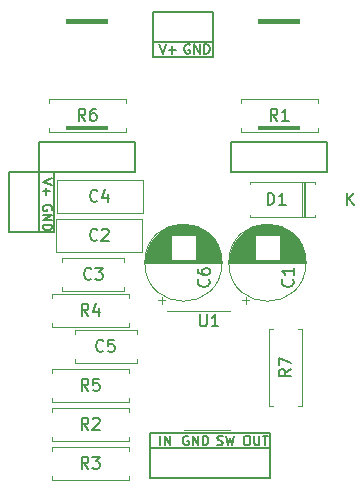
<source format=gto>
G04 #@! TF.GenerationSoftware,KiCad,Pcbnew,(5.99.0-1097-g51b994466)*
G04 #@! TF.CreationDate,2020-03-11T16:34:53+02:00*
G04 #@! TF.ProjectId,guanaco-rojo,6775616e-6163-46f2-9d72-6f6a6f2e6b69,rev?*
G04 #@! TF.SameCoordinates,Original*
G04 #@! TF.FileFunction,Legend,Top*
G04 #@! TF.FilePolarity,Positive*
%FSLAX46Y46*%
G04 Gerber Fmt 4.6, Leading zero omitted, Abs format (unit mm)*
G04 Created by KiCad (PCBNEW (5.99.0-1097-g51b994466)) date 2020-03-11 16:34:53*
%MOMM*%
%LPD*%
G01*
G04 APERTURE LIST*
%ADD10C,0.127000*%
%ADD11C,0.120000*%
%ADD12C,0.150000*%
G04 APERTURE END LIST*
D10*
X128016000Y-75184000D02*
X128016000Y-80264000D01*
X125476000Y-80264000D02*
X125476000Y-75184000D01*
X125476000Y-75184000D02*
X128016000Y-75184000D01*
X125476000Y-80264000D02*
X128016000Y-80264000D01*
X129286000Y-80264000D02*
X129286000Y-75184000D01*
X128016000Y-75184000D02*
X129286000Y-75184000D01*
X128016000Y-80264000D02*
X129286000Y-80264000D01*
X142748000Y-65405000D02*
X142748000Y-64135000D01*
X137668000Y-65405000D02*
X137668000Y-64135000D01*
X142748000Y-65405000D02*
X137668000Y-65405000D01*
X142748000Y-64135000D02*
X142748000Y-61595000D01*
X137668000Y-64135000D02*
X137668000Y-61595000D01*
X142748000Y-64135000D02*
X137668000Y-64135000D01*
X137668000Y-61595000D02*
X142748000Y-61595000D01*
D11*
X142240000Y-97008000D02*
X144190000Y-97008000D01*
X142240000Y-97008000D02*
X140290000Y-97008000D01*
X142240000Y-86888000D02*
X144190000Y-86888000D01*
X142240000Y-86888000D02*
X138790000Y-86888000D01*
D10*
X152400000Y-72644000D02*
X144272000Y-72644000D01*
X144272000Y-72644000D02*
X144272000Y-75184000D01*
X144272000Y-75184000D02*
X152400000Y-75184000D01*
X152400000Y-75184000D02*
X152400000Y-72644000D01*
G36*
X150114000Y-62611000D02*
G01*
X146558000Y-62611000D01*
X146558000Y-62230000D01*
X150114000Y-62230000D01*
X150114000Y-62611000D01*
G37*
G36*
X150114000Y-71628000D02*
G01*
X146558000Y-71628000D01*
X146558000Y-71247000D01*
X150114000Y-71247000D01*
X150114000Y-71628000D01*
G37*
X136144000Y-72644000D02*
X128016000Y-72644000D01*
X128016000Y-72644000D02*
X128016000Y-75184000D01*
X128016000Y-75184000D02*
X136144000Y-75184000D01*
X136144000Y-75184000D02*
X136144000Y-72644000D01*
G36*
X133858000Y-62611000D02*
G01*
X130302000Y-62611000D01*
X130302000Y-62230000D01*
X133858000Y-62230000D01*
X133858000Y-62611000D01*
G37*
G36*
X133858000Y-71628000D02*
G01*
X130302000Y-71628000D01*
X130302000Y-71247000D01*
X133858000Y-71247000D01*
X133858000Y-71628000D01*
G37*
X137414000Y-98552000D02*
X147574000Y-98552000D01*
X147574000Y-101092000D02*
X137414000Y-101092000D01*
X137414000Y-101092000D02*
X137414000Y-98552000D01*
X147574000Y-101092000D02*
X147574000Y-98552000D01*
X147574000Y-97282000D02*
X137414000Y-97282000D01*
X137414000Y-98552000D02*
X137414000Y-97282000D01*
X147574000Y-98552000D02*
X147574000Y-97282000D01*
D11*
X129928000Y-82450000D02*
X135168000Y-82450000D01*
X129928000Y-85190000D02*
X135168000Y-85190000D01*
X129928000Y-82450000D02*
X129928000Y-82765000D01*
X129928000Y-84875000D02*
X129928000Y-85190000D01*
X135168000Y-82450000D02*
X135168000Y-82765000D01*
X135168000Y-84875000D02*
X135168000Y-85190000D01*
X147804000Y-94964000D02*
X147474000Y-94964000D01*
X147474000Y-94964000D02*
X147474000Y-88424000D01*
X147474000Y-88424000D02*
X147804000Y-88424000D01*
X149884000Y-94964000D02*
X150214000Y-94964000D01*
X150214000Y-94964000D02*
X150214000Y-88424000D01*
X150214000Y-88424000D02*
X149884000Y-88424000D01*
X135350000Y-71398000D02*
X135350000Y-71728000D01*
X135350000Y-71728000D02*
X128810000Y-71728000D01*
X128810000Y-71728000D02*
X128810000Y-71398000D01*
X135350000Y-69318000D02*
X135350000Y-68988000D01*
X135350000Y-68988000D02*
X128810000Y-68988000D01*
X128810000Y-68988000D02*
X128810000Y-69318000D01*
X135604000Y-94258000D02*
X135604000Y-94588000D01*
X135604000Y-94588000D02*
X129064000Y-94588000D01*
X129064000Y-94588000D02*
X129064000Y-94258000D01*
X135604000Y-92178000D02*
X135604000Y-91848000D01*
X135604000Y-91848000D02*
X129064000Y-91848000D01*
X129064000Y-91848000D02*
X129064000Y-92178000D01*
X135604000Y-87908000D02*
X135604000Y-88238000D01*
X135604000Y-88238000D02*
X129064000Y-88238000D01*
X129064000Y-88238000D02*
X129064000Y-87908000D01*
X135604000Y-85828000D02*
X135604000Y-85498000D01*
X135604000Y-85498000D02*
X129064000Y-85498000D01*
X129064000Y-85498000D02*
X129064000Y-85828000D01*
X135604000Y-100862000D02*
X135604000Y-101192000D01*
X135604000Y-101192000D02*
X129064000Y-101192000D01*
X129064000Y-101192000D02*
X129064000Y-100862000D01*
X135604000Y-98782000D02*
X135604000Y-98452000D01*
X135604000Y-98452000D02*
X129064000Y-98452000D01*
X129064000Y-98452000D02*
X129064000Y-98782000D01*
X135604000Y-97560000D02*
X135604000Y-97890000D01*
X135604000Y-97890000D02*
X129064000Y-97890000D01*
X129064000Y-97890000D02*
X129064000Y-97560000D01*
X135604000Y-95480000D02*
X135604000Y-95150000D01*
X135604000Y-95150000D02*
X129064000Y-95150000D01*
X129064000Y-95150000D02*
X129064000Y-95480000D01*
X151606000Y-71398000D02*
X151606000Y-71728000D01*
X151606000Y-71728000D02*
X145066000Y-71728000D01*
X145066000Y-71728000D02*
X145066000Y-71398000D01*
X151606000Y-69318000D02*
X151606000Y-68988000D01*
X151606000Y-68988000D02*
X145066000Y-68988000D01*
X145066000Y-68988000D02*
X145066000Y-69318000D01*
X151310000Y-78810000D02*
X151310000Y-78940000D01*
X151310000Y-78940000D02*
X145870000Y-78940000D01*
X145870000Y-78940000D02*
X145870000Y-78810000D01*
X151310000Y-76130000D02*
X151310000Y-76000000D01*
X151310000Y-76000000D02*
X145870000Y-76000000D01*
X145870000Y-76000000D02*
X145870000Y-76130000D01*
X150410000Y-78940000D02*
X150410000Y-76000000D01*
X150290000Y-78940000D02*
X150290000Y-76000000D01*
X150530000Y-78940000D02*
X150530000Y-76000000D01*
X143478000Y-82824000D02*
G75*
G03*
X143478000Y-82824000I-3270000J0D01*
G01*
X136978000Y-82824000D02*
X143438000Y-82824000D01*
X136978000Y-82784000D02*
X143438000Y-82784000D01*
X136978000Y-82744000D02*
X143438000Y-82744000D01*
X136980000Y-82704000D02*
X143436000Y-82704000D01*
X136981000Y-82664000D02*
X143435000Y-82664000D01*
X136984000Y-82624000D02*
X143432000Y-82624000D01*
X136986000Y-82584000D02*
X139168000Y-82584000D01*
X141248000Y-82584000D02*
X143430000Y-82584000D01*
X136990000Y-82544000D02*
X139168000Y-82544000D01*
X141248000Y-82544000D02*
X143426000Y-82544000D01*
X136993000Y-82504000D02*
X139168000Y-82504000D01*
X141248000Y-82504000D02*
X143423000Y-82504000D01*
X136997000Y-82464000D02*
X139168000Y-82464000D01*
X141248000Y-82464000D02*
X143419000Y-82464000D01*
X137002000Y-82424000D02*
X139168000Y-82424000D01*
X141248000Y-82424000D02*
X143414000Y-82424000D01*
X137007000Y-82384000D02*
X139168000Y-82384000D01*
X141248000Y-82384000D02*
X143409000Y-82384000D01*
X137013000Y-82344000D02*
X139168000Y-82344000D01*
X141248000Y-82344000D02*
X143403000Y-82344000D01*
X137019000Y-82304000D02*
X139168000Y-82304000D01*
X141248000Y-82304000D02*
X143397000Y-82304000D01*
X137026000Y-82264000D02*
X139168000Y-82264000D01*
X141248000Y-82264000D02*
X143390000Y-82264000D01*
X137033000Y-82224000D02*
X139168000Y-82224000D01*
X141248000Y-82224000D02*
X143383000Y-82224000D01*
X137041000Y-82184000D02*
X139168000Y-82184000D01*
X141248000Y-82184000D02*
X143375000Y-82184000D01*
X137049000Y-82144000D02*
X139168000Y-82144000D01*
X141248000Y-82144000D02*
X143367000Y-82144000D01*
X137058000Y-82103000D02*
X139168000Y-82103000D01*
X141248000Y-82103000D02*
X143358000Y-82103000D01*
X137067000Y-82063000D02*
X139168000Y-82063000D01*
X141248000Y-82063000D02*
X143349000Y-82063000D01*
X137077000Y-82023000D02*
X139168000Y-82023000D01*
X141248000Y-82023000D02*
X143339000Y-82023000D01*
X137087000Y-81983000D02*
X139168000Y-81983000D01*
X141248000Y-81983000D02*
X143329000Y-81983000D01*
X137098000Y-81943000D02*
X139168000Y-81943000D01*
X141248000Y-81943000D02*
X143318000Y-81943000D01*
X137110000Y-81903000D02*
X139168000Y-81903000D01*
X141248000Y-81903000D02*
X143306000Y-81903000D01*
X137122000Y-81863000D02*
X139168000Y-81863000D01*
X141248000Y-81863000D02*
X143294000Y-81863000D01*
X137134000Y-81823000D02*
X139168000Y-81823000D01*
X141248000Y-81823000D02*
X143282000Y-81823000D01*
X137147000Y-81783000D02*
X139168000Y-81783000D01*
X141248000Y-81783000D02*
X143269000Y-81783000D01*
X137161000Y-81743000D02*
X139168000Y-81743000D01*
X141248000Y-81743000D02*
X143255000Y-81743000D01*
X137175000Y-81703000D02*
X139168000Y-81703000D01*
X141248000Y-81703000D02*
X143241000Y-81703000D01*
X137190000Y-81663000D02*
X139168000Y-81663000D01*
X141248000Y-81663000D02*
X143226000Y-81663000D01*
X137206000Y-81623000D02*
X139168000Y-81623000D01*
X141248000Y-81623000D02*
X143210000Y-81623000D01*
X137222000Y-81583000D02*
X139168000Y-81583000D01*
X141248000Y-81583000D02*
X143194000Y-81583000D01*
X137238000Y-81543000D02*
X139168000Y-81543000D01*
X141248000Y-81543000D02*
X143178000Y-81543000D01*
X137256000Y-81503000D02*
X139168000Y-81503000D01*
X141248000Y-81503000D02*
X143160000Y-81503000D01*
X137274000Y-81463000D02*
X139168000Y-81463000D01*
X141248000Y-81463000D02*
X143142000Y-81463000D01*
X137292000Y-81423000D02*
X139168000Y-81423000D01*
X141248000Y-81423000D02*
X143124000Y-81423000D01*
X137312000Y-81383000D02*
X139168000Y-81383000D01*
X141248000Y-81383000D02*
X143104000Y-81383000D01*
X137332000Y-81343000D02*
X139168000Y-81343000D01*
X141248000Y-81343000D02*
X143084000Y-81343000D01*
X137352000Y-81303000D02*
X139168000Y-81303000D01*
X141248000Y-81303000D02*
X143064000Y-81303000D01*
X137374000Y-81263000D02*
X139168000Y-81263000D01*
X141248000Y-81263000D02*
X143042000Y-81263000D01*
X137396000Y-81223000D02*
X139168000Y-81223000D01*
X141248000Y-81223000D02*
X143020000Y-81223000D01*
X137418000Y-81183000D02*
X139168000Y-81183000D01*
X141248000Y-81183000D02*
X142998000Y-81183000D01*
X137442000Y-81143000D02*
X139168000Y-81143000D01*
X141248000Y-81143000D02*
X142974000Y-81143000D01*
X137466000Y-81103000D02*
X139168000Y-81103000D01*
X141248000Y-81103000D02*
X142950000Y-81103000D01*
X137492000Y-81063000D02*
X139168000Y-81063000D01*
X141248000Y-81063000D02*
X142924000Y-81063000D01*
X137518000Y-81023000D02*
X139168000Y-81023000D01*
X141248000Y-81023000D02*
X142898000Y-81023000D01*
X137544000Y-80983000D02*
X139168000Y-80983000D01*
X141248000Y-80983000D02*
X142872000Y-80983000D01*
X137572000Y-80943000D02*
X139168000Y-80943000D01*
X141248000Y-80943000D02*
X142844000Y-80943000D01*
X137601000Y-80903000D02*
X139168000Y-80903000D01*
X141248000Y-80903000D02*
X142815000Y-80903000D01*
X137630000Y-80863000D02*
X139168000Y-80863000D01*
X141248000Y-80863000D02*
X142786000Y-80863000D01*
X137660000Y-80823000D02*
X139168000Y-80823000D01*
X141248000Y-80823000D02*
X142756000Y-80823000D01*
X137692000Y-80783000D02*
X139168000Y-80783000D01*
X141248000Y-80783000D02*
X142724000Y-80783000D01*
X137724000Y-80743000D02*
X139168000Y-80743000D01*
X141248000Y-80743000D02*
X142692000Y-80743000D01*
X137758000Y-80703000D02*
X139168000Y-80703000D01*
X141248000Y-80703000D02*
X142658000Y-80703000D01*
X137792000Y-80663000D02*
X139168000Y-80663000D01*
X141248000Y-80663000D02*
X142624000Y-80663000D01*
X137828000Y-80623000D02*
X139168000Y-80623000D01*
X141248000Y-80623000D02*
X142588000Y-80623000D01*
X137865000Y-80583000D02*
X139168000Y-80583000D01*
X141248000Y-80583000D02*
X142551000Y-80583000D01*
X137903000Y-80543000D02*
X139168000Y-80543000D01*
X141248000Y-80543000D02*
X142513000Y-80543000D01*
X137943000Y-80503000D02*
X142473000Y-80503000D01*
X137984000Y-80463000D02*
X142432000Y-80463000D01*
X138026000Y-80423000D02*
X142390000Y-80423000D01*
X138071000Y-80383000D02*
X142345000Y-80383000D01*
X138116000Y-80343000D02*
X142300000Y-80343000D01*
X138164000Y-80303000D02*
X142252000Y-80303000D01*
X138213000Y-80263000D02*
X142203000Y-80263000D01*
X138264000Y-80223000D02*
X142152000Y-80223000D01*
X138318000Y-80183000D02*
X142098000Y-80183000D01*
X138374000Y-80143000D02*
X142042000Y-80143000D01*
X138432000Y-80103000D02*
X141984000Y-80103000D01*
X138494000Y-80063000D02*
X141922000Y-80063000D01*
X138558000Y-80023000D02*
X141858000Y-80023000D01*
X138627000Y-79983000D02*
X141789000Y-79983000D01*
X138699000Y-79943000D02*
X141717000Y-79943000D01*
X138776000Y-79903000D02*
X141640000Y-79903000D01*
X138858000Y-79863000D02*
X141558000Y-79863000D01*
X138946000Y-79823000D02*
X141470000Y-79823000D01*
X139043000Y-79783000D02*
X141373000Y-79783000D01*
X139149000Y-79743000D02*
X141267000Y-79743000D01*
X139268000Y-79703000D02*
X141148000Y-79703000D01*
X139406000Y-79663000D02*
X141010000Y-79663000D01*
X139575000Y-79623000D02*
X140841000Y-79623000D01*
X139806000Y-79583000D02*
X140610000Y-79583000D01*
X138369000Y-86324241D02*
X138369000Y-85694241D01*
X138054000Y-86009241D02*
X138684000Y-86009241D01*
X136264000Y-91286000D02*
X131024000Y-91286000D01*
X136264000Y-88546000D02*
X131024000Y-88546000D01*
X136264000Y-91286000D02*
X136264000Y-90971000D01*
X136264000Y-88861000D02*
X136264000Y-88546000D01*
X131024000Y-91286000D02*
X131024000Y-90971000D01*
X131024000Y-88861000D02*
X131024000Y-88546000D01*
X136756000Y-78586000D02*
X129516000Y-78586000D01*
X136756000Y-75846000D02*
X129516000Y-75846000D01*
X136756000Y-78586000D02*
X136756000Y-75846000D01*
X129516000Y-78586000D02*
X129516000Y-75846000D01*
X129436000Y-79148000D02*
X136676000Y-79148000D01*
X129436000Y-81888000D02*
X136676000Y-81888000D01*
X129436000Y-79148000D02*
X129436000Y-81888000D01*
X136676000Y-79148000D02*
X136676000Y-81888000D01*
X150590000Y-82824000D02*
G75*
G03*
X150590000Y-82824000I-3270000J0D01*
G01*
X144090000Y-82824000D02*
X150550000Y-82824000D01*
X144090000Y-82784000D02*
X150550000Y-82784000D01*
X144090000Y-82744000D02*
X150550000Y-82744000D01*
X144092000Y-82704000D02*
X150548000Y-82704000D01*
X144093000Y-82664000D02*
X150547000Y-82664000D01*
X144096000Y-82624000D02*
X150544000Y-82624000D01*
X144098000Y-82584000D02*
X146280000Y-82584000D01*
X148360000Y-82584000D02*
X150542000Y-82584000D01*
X144102000Y-82544000D02*
X146280000Y-82544000D01*
X148360000Y-82544000D02*
X150538000Y-82544000D01*
X144105000Y-82504000D02*
X146280000Y-82504000D01*
X148360000Y-82504000D02*
X150535000Y-82504000D01*
X144109000Y-82464000D02*
X146280000Y-82464000D01*
X148360000Y-82464000D02*
X150531000Y-82464000D01*
X144114000Y-82424000D02*
X146280000Y-82424000D01*
X148360000Y-82424000D02*
X150526000Y-82424000D01*
X144119000Y-82384000D02*
X146280000Y-82384000D01*
X148360000Y-82384000D02*
X150521000Y-82384000D01*
X144125000Y-82344000D02*
X146280000Y-82344000D01*
X148360000Y-82344000D02*
X150515000Y-82344000D01*
X144131000Y-82304000D02*
X146280000Y-82304000D01*
X148360000Y-82304000D02*
X150509000Y-82304000D01*
X144138000Y-82264000D02*
X146280000Y-82264000D01*
X148360000Y-82264000D02*
X150502000Y-82264000D01*
X144145000Y-82224000D02*
X146280000Y-82224000D01*
X148360000Y-82224000D02*
X150495000Y-82224000D01*
X144153000Y-82184000D02*
X146280000Y-82184000D01*
X148360000Y-82184000D02*
X150487000Y-82184000D01*
X144161000Y-82144000D02*
X146280000Y-82144000D01*
X148360000Y-82144000D02*
X150479000Y-82144000D01*
X144170000Y-82103000D02*
X146280000Y-82103000D01*
X148360000Y-82103000D02*
X150470000Y-82103000D01*
X144179000Y-82063000D02*
X146280000Y-82063000D01*
X148360000Y-82063000D02*
X150461000Y-82063000D01*
X144189000Y-82023000D02*
X146280000Y-82023000D01*
X148360000Y-82023000D02*
X150451000Y-82023000D01*
X144199000Y-81983000D02*
X146280000Y-81983000D01*
X148360000Y-81983000D02*
X150441000Y-81983000D01*
X144210000Y-81943000D02*
X146280000Y-81943000D01*
X148360000Y-81943000D02*
X150430000Y-81943000D01*
X144222000Y-81903000D02*
X146280000Y-81903000D01*
X148360000Y-81903000D02*
X150418000Y-81903000D01*
X144234000Y-81863000D02*
X146280000Y-81863000D01*
X148360000Y-81863000D02*
X150406000Y-81863000D01*
X144246000Y-81823000D02*
X146280000Y-81823000D01*
X148360000Y-81823000D02*
X150394000Y-81823000D01*
X144259000Y-81783000D02*
X146280000Y-81783000D01*
X148360000Y-81783000D02*
X150381000Y-81783000D01*
X144273000Y-81743000D02*
X146280000Y-81743000D01*
X148360000Y-81743000D02*
X150367000Y-81743000D01*
X144287000Y-81703000D02*
X146280000Y-81703000D01*
X148360000Y-81703000D02*
X150353000Y-81703000D01*
X144302000Y-81663000D02*
X146280000Y-81663000D01*
X148360000Y-81663000D02*
X150338000Y-81663000D01*
X144318000Y-81623000D02*
X146280000Y-81623000D01*
X148360000Y-81623000D02*
X150322000Y-81623000D01*
X144334000Y-81583000D02*
X146280000Y-81583000D01*
X148360000Y-81583000D02*
X150306000Y-81583000D01*
X144350000Y-81543000D02*
X146280000Y-81543000D01*
X148360000Y-81543000D02*
X150290000Y-81543000D01*
X144368000Y-81503000D02*
X146280000Y-81503000D01*
X148360000Y-81503000D02*
X150272000Y-81503000D01*
X144386000Y-81463000D02*
X146280000Y-81463000D01*
X148360000Y-81463000D02*
X150254000Y-81463000D01*
X144404000Y-81423000D02*
X146280000Y-81423000D01*
X148360000Y-81423000D02*
X150236000Y-81423000D01*
X144424000Y-81383000D02*
X146280000Y-81383000D01*
X148360000Y-81383000D02*
X150216000Y-81383000D01*
X144444000Y-81343000D02*
X146280000Y-81343000D01*
X148360000Y-81343000D02*
X150196000Y-81343000D01*
X144464000Y-81303000D02*
X146280000Y-81303000D01*
X148360000Y-81303000D02*
X150176000Y-81303000D01*
X144486000Y-81263000D02*
X146280000Y-81263000D01*
X148360000Y-81263000D02*
X150154000Y-81263000D01*
X144508000Y-81223000D02*
X146280000Y-81223000D01*
X148360000Y-81223000D02*
X150132000Y-81223000D01*
X144530000Y-81183000D02*
X146280000Y-81183000D01*
X148360000Y-81183000D02*
X150110000Y-81183000D01*
X144554000Y-81143000D02*
X146280000Y-81143000D01*
X148360000Y-81143000D02*
X150086000Y-81143000D01*
X144578000Y-81103000D02*
X146280000Y-81103000D01*
X148360000Y-81103000D02*
X150062000Y-81103000D01*
X144604000Y-81063000D02*
X146280000Y-81063000D01*
X148360000Y-81063000D02*
X150036000Y-81063000D01*
X144630000Y-81023000D02*
X146280000Y-81023000D01*
X148360000Y-81023000D02*
X150010000Y-81023000D01*
X144656000Y-80983000D02*
X146280000Y-80983000D01*
X148360000Y-80983000D02*
X149984000Y-80983000D01*
X144684000Y-80943000D02*
X146280000Y-80943000D01*
X148360000Y-80943000D02*
X149956000Y-80943000D01*
X144713000Y-80903000D02*
X146280000Y-80903000D01*
X148360000Y-80903000D02*
X149927000Y-80903000D01*
X144742000Y-80863000D02*
X146280000Y-80863000D01*
X148360000Y-80863000D02*
X149898000Y-80863000D01*
X144772000Y-80823000D02*
X146280000Y-80823000D01*
X148360000Y-80823000D02*
X149868000Y-80823000D01*
X144804000Y-80783000D02*
X146280000Y-80783000D01*
X148360000Y-80783000D02*
X149836000Y-80783000D01*
X144836000Y-80743000D02*
X146280000Y-80743000D01*
X148360000Y-80743000D02*
X149804000Y-80743000D01*
X144870000Y-80703000D02*
X146280000Y-80703000D01*
X148360000Y-80703000D02*
X149770000Y-80703000D01*
X144904000Y-80663000D02*
X146280000Y-80663000D01*
X148360000Y-80663000D02*
X149736000Y-80663000D01*
X144940000Y-80623000D02*
X146280000Y-80623000D01*
X148360000Y-80623000D02*
X149700000Y-80623000D01*
X144977000Y-80583000D02*
X146280000Y-80583000D01*
X148360000Y-80583000D02*
X149663000Y-80583000D01*
X145015000Y-80543000D02*
X146280000Y-80543000D01*
X148360000Y-80543000D02*
X149625000Y-80543000D01*
X145055000Y-80503000D02*
X149585000Y-80503000D01*
X145096000Y-80463000D02*
X149544000Y-80463000D01*
X145138000Y-80423000D02*
X149502000Y-80423000D01*
X145183000Y-80383000D02*
X149457000Y-80383000D01*
X145228000Y-80343000D02*
X149412000Y-80343000D01*
X145276000Y-80303000D02*
X149364000Y-80303000D01*
X145325000Y-80263000D02*
X149315000Y-80263000D01*
X145376000Y-80223000D02*
X149264000Y-80223000D01*
X145430000Y-80183000D02*
X149210000Y-80183000D01*
X145486000Y-80143000D02*
X149154000Y-80143000D01*
X145544000Y-80103000D02*
X149096000Y-80103000D01*
X145606000Y-80063000D02*
X149034000Y-80063000D01*
X145670000Y-80023000D02*
X148970000Y-80023000D01*
X145739000Y-79983000D02*
X148901000Y-79983000D01*
X145811000Y-79943000D02*
X148829000Y-79943000D01*
X145888000Y-79903000D02*
X148752000Y-79903000D01*
X145970000Y-79863000D02*
X148670000Y-79863000D01*
X146058000Y-79823000D02*
X148582000Y-79823000D01*
X146155000Y-79783000D02*
X148485000Y-79783000D01*
X146261000Y-79743000D02*
X148379000Y-79743000D01*
X146380000Y-79703000D02*
X148260000Y-79703000D01*
X146518000Y-79663000D02*
X148122000Y-79663000D01*
X146687000Y-79623000D02*
X147953000Y-79623000D01*
X146918000Y-79583000D02*
X147722000Y-79583000D01*
X145481000Y-86324241D02*
X145481000Y-85694241D01*
X145166000Y-86009241D02*
X145796000Y-86009241D01*
D12*
X129089095Y-75692095D02*
X128289095Y-75958761D01*
X129089095Y-76225428D01*
X128593857Y-76492095D02*
X128593857Y-77101619D01*
X128289095Y-76796857D02*
X128898619Y-76796857D01*
X129051000Y-78384476D02*
X129089095Y-78308285D01*
X129089095Y-78194000D01*
X129051000Y-78079714D01*
X128974809Y-78003523D01*
X128898619Y-77965428D01*
X128746238Y-77927333D01*
X128631952Y-77927333D01*
X128479571Y-77965428D01*
X128403380Y-78003523D01*
X128327190Y-78079714D01*
X128289095Y-78194000D01*
X128289095Y-78270190D01*
X128327190Y-78384476D01*
X128365285Y-78422571D01*
X128631952Y-78422571D01*
X128631952Y-78270190D01*
X128289095Y-78765428D02*
X129089095Y-78765428D01*
X128289095Y-79222571D01*
X129089095Y-79222571D01*
X128289095Y-79603523D02*
X129089095Y-79603523D01*
X129089095Y-79794000D01*
X129051000Y-79908285D01*
X128974809Y-79984476D01*
X128898619Y-80022571D01*
X128746238Y-80060666D01*
X128631952Y-80060666D01*
X128479571Y-80022571D01*
X128403380Y-79984476D01*
X128327190Y-79908285D01*
X128289095Y-79794000D01*
X128289095Y-79603523D01*
X140741476Y-64370000D02*
X140665285Y-64331904D01*
X140551000Y-64331904D01*
X140436714Y-64370000D01*
X140360523Y-64446190D01*
X140322428Y-64522380D01*
X140284333Y-64674761D01*
X140284333Y-64789047D01*
X140322428Y-64941428D01*
X140360523Y-65017619D01*
X140436714Y-65093809D01*
X140551000Y-65131904D01*
X140627190Y-65131904D01*
X140741476Y-65093809D01*
X140779571Y-65055714D01*
X140779571Y-64789047D01*
X140627190Y-64789047D01*
X141122428Y-65131904D02*
X141122428Y-64331904D01*
X141579571Y-65131904D01*
X141579571Y-64331904D01*
X141960523Y-65131904D02*
X141960523Y-64331904D01*
X142151000Y-64331904D01*
X142265285Y-64370000D01*
X142341476Y-64446190D01*
X142379571Y-64522380D01*
X142417666Y-64674761D01*
X142417666Y-64789047D01*
X142379571Y-64941428D01*
X142341476Y-65017619D01*
X142265285Y-65093809D01*
X142151000Y-65131904D01*
X141960523Y-65131904D01*
X138176095Y-64331904D02*
X138442761Y-65131904D01*
X138709428Y-64331904D01*
X138976095Y-64827142D02*
X139585619Y-64827142D01*
X139280857Y-65131904D02*
X139280857Y-64522380D01*
X141605095Y-87209380D02*
X141605095Y-88018904D01*
X141652714Y-88114142D01*
X141700333Y-88161761D01*
X141795571Y-88209380D01*
X141986047Y-88209380D01*
X142081285Y-88161761D01*
X142128904Y-88114142D01*
X142176523Y-88018904D01*
X142176523Y-87209380D01*
X143176523Y-88209380D02*
X142605095Y-88209380D01*
X142890809Y-88209380D02*
X142890809Y-87209380D01*
X142795571Y-87352238D01*
X142700333Y-87447476D01*
X142605095Y-87495095D01*
X138264952Y-98278904D02*
X138264952Y-97478904D01*
X138645904Y-98278904D02*
X138645904Y-97478904D01*
X139103047Y-98278904D01*
X139103047Y-97478904D01*
X140614476Y-97517000D02*
X140538285Y-97478904D01*
X140424000Y-97478904D01*
X140309714Y-97517000D01*
X140233523Y-97593190D01*
X140195428Y-97669380D01*
X140157333Y-97821761D01*
X140157333Y-97936047D01*
X140195428Y-98088428D01*
X140233523Y-98164619D01*
X140309714Y-98240809D01*
X140424000Y-98278904D01*
X140500190Y-98278904D01*
X140614476Y-98240809D01*
X140652571Y-98202714D01*
X140652571Y-97936047D01*
X140500190Y-97936047D01*
X140995428Y-98278904D02*
X140995428Y-97478904D01*
X141452571Y-98278904D01*
X141452571Y-97478904D01*
X141833523Y-98278904D02*
X141833523Y-97478904D01*
X142024000Y-97478904D01*
X142138285Y-97517000D01*
X142214476Y-97593190D01*
X142252571Y-97669380D01*
X142290666Y-97821761D01*
X142290666Y-97936047D01*
X142252571Y-98088428D01*
X142214476Y-98164619D01*
X142138285Y-98240809D01*
X142024000Y-98278904D01*
X141833523Y-98278904D01*
X143078285Y-98240809D02*
X143192571Y-98278904D01*
X143383047Y-98278904D01*
X143459238Y-98240809D01*
X143497333Y-98202714D01*
X143535428Y-98126523D01*
X143535428Y-98050333D01*
X143497333Y-97974142D01*
X143459238Y-97936047D01*
X143383047Y-97897952D01*
X143230666Y-97859857D01*
X143154476Y-97821761D01*
X143116380Y-97783666D01*
X143078285Y-97707476D01*
X143078285Y-97631285D01*
X143116380Y-97555095D01*
X143154476Y-97517000D01*
X143230666Y-97478904D01*
X143421142Y-97478904D01*
X143535428Y-97517000D01*
X143802095Y-97478904D02*
X143992571Y-98278904D01*
X144144952Y-97707476D01*
X144297333Y-98278904D01*
X144487809Y-97478904D01*
X145504000Y-97478904D02*
X145656380Y-97478904D01*
X145732571Y-97517000D01*
X145808761Y-97593190D01*
X145846857Y-97745571D01*
X145846857Y-98012238D01*
X145808761Y-98164619D01*
X145732571Y-98240809D01*
X145656380Y-98278904D01*
X145504000Y-98278904D01*
X145427809Y-98240809D01*
X145351619Y-98164619D01*
X145313523Y-98012238D01*
X145313523Y-97745571D01*
X145351619Y-97593190D01*
X145427809Y-97517000D01*
X145504000Y-97478904D01*
X146189714Y-97478904D02*
X146189714Y-98126523D01*
X146227809Y-98202714D01*
X146265904Y-98240809D01*
X146342095Y-98278904D01*
X146494476Y-98278904D01*
X146570666Y-98240809D01*
X146608761Y-98202714D01*
X146646857Y-98126523D01*
X146646857Y-97478904D01*
X146913523Y-97478904D02*
X147370666Y-97478904D01*
X147142095Y-98278904D02*
X147142095Y-97478904D01*
X132421333Y-84177142D02*
X132373714Y-84224761D01*
X132230857Y-84272380D01*
X132135619Y-84272380D01*
X131992761Y-84224761D01*
X131897523Y-84129523D01*
X131849904Y-84034285D01*
X131802285Y-83843809D01*
X131802285Y-83700952D01*
X131849904Y-83510476D01*
X131897523Y-83415238D01*
X131992761Y-83320000D01*
X132135619Y-83272380D01*
X132230857Y-83272380D01*
X132373714Y-83320000D01*
X132421333Y-83367619D01*
X132754666Y-83272380D02*
X133373714Y-83272380D01*
X133040380Y-83653333D01*
X133183238Y-83653333D01*
X133278476Y-83700952D01*
X133326095Y-83748571D01*
X133373714Y-83843809D01*
X133373714Y-84081904D01*
X133326095Y-84177142D01*
X133278476Y-84224761D01*
X133183238Y-84272380D01*
X132897523Y-84272380D01*
X132802285Y-84224761D01*
X132754666Y-84177142D01*
X149296380Y-91860666D02*
X148820190Y-92194000D01*
X149296380Y-92432095D02*
X148296380Y-92432095D01*
X148296380Y-92051142D01*
X148344000Y-91955904D01*
X148391619Y-91908285D01*
X148486857Y-91860666D01*
X148629714Y-91860666D01*
X148724952Y-91908285D01*
X148772571Y-91955904D01*
X148820190Y-92051142D01*
X148820190Y-92432095D01*
X148296380Y-91527333D02*
X148296380Y-90860666D01*
X149296380Y-91289238D01*
X131913333Y-70810380D02*
X131580000Y-70334190D01*
X131341904Y-70810380D02*
X131341904Y-69810380D01*
X131722857Y-69810380D01*
X131818095Y-69858000D01*
X131865714Y-69905619D01*
X131913333Y-70000857D01*
X131913333Y-70143714D01*
X131865714Y-70238952D01*
X131818095Y-70286571D01*
X131722857Y-70334190D01*
X131341904Y-70334190D01*
X132770476Y-69810380D02*
X132580000Y-69810380D01*
X132484761Y-69858000D01*
X132437142Y-69905619D01*
X132341904Y-70048476D01*
X132294285Y-70238952D01*
X132294285Y-70619904D01*
X132341904Y-70715142D01*
X132389523Y-70762761D01*
X132484761Y-70810380D01*
X132675238Y-70810380D01*
X132770476Y-70762761D01*
X132818095Y-70715142D01*
X132865714Y-70619904D01*
X132865714Y-70381809D01*
X132818095Y-70286571D01*
X132770476Y-70238952D01*
X132675238Y-70191333D01*
X132484761Y-70191333D01*
X132389523Y-70238952D01*
X132341904Y-70286571D01*
X132294285Y-70381809D01*
X132167333Y-93670380D02*
X131834000Y-93194190D01*
X131595904Y-93670380D02*
X131595904Y-92670380D01*
X131976857Y-92670380D01*
X132072095Y-92718000D01*
X132119714Y-92765619D01*
X132167333Y-92860857D01*
X132167333Y-93003714D01*
X132119714Y-93098952D01*
X132072095Y-93146571D01*
X131976857Y-93194190D01*
X131595904Y-93194190D01*
X133072095Y-92670380D02*
X132595904Y-92670380D01*
X132548285Y-93146571D01*
X132595904Y-93098952D01*
X132691142Y-93051333D01*
X132929238Y-93051333D01*
X133024476Y-93098952D01*
X133072095Y-93146571D01*
X133119714Y-93241809D01*
X133119714Y-93479904D01*
X133072095Y-93575142D01*
X133024476Y-93622761D01*
X132929238Y-93670380D01*
X132691142Y-93670380D01*
X132595904Y-93622761D01*
X132548285Y-93575142D01*
X132167333Y-87320380D02*
X131834000Y-86844190D01*
X131595904Y-87320380D02*
X131595904Y-86320380D01*
X131976857Y-86320380D01*
X132072095Y-86368000D01*
X132119714Y-86415619D01*
X132167333Y-86510857D01*
X132167333Y-86653714D01*
X132119714Y-86748952D01*
X132072095Y-86796571D01*
X131976857Y-86844190D01*
X131595904Y-86844190D01*
X133024476Y-86653714D02*
X133024476Y-87320380D01*
X132786380Y-86272761D02*
X132548285Y-86987047D01*
X133167333Y-86987047D01*
X132167333Y-100274380D02*
X131834000Y-99798190D01*
X131595904Y-100274380D02*
X131595904Y-99274380D01*
X131976857Y-99274380D01*
X132072095Y-99322000D01*
X132119714Y-99369619D01*
X132167333Y-99464857D01*
X132167333Y-99607714D01*
X132119714Y-99702952D01*
X132072095Y-99750571D01*
X131976857Y-99798190D01*
X131595904Y-99798190D01*
X132500666Y-99274380D02*
X133119714Y-99274380D01*
X132786380Y-99655333D01*
X132929238Y-99655333D01*
X133024476Y-99702952D01*
X133072095Y-99750571D01*
X133119714Y-99845809D01*
X133119714Y-100083904D01*
X133072095Y-100179142D01*
X133024476Y-100226761D01*
X132929238Y-100274380D01*
X132643523Y-100274380D01*
X132548285Y-100226761D01*
X132500666Y-100179142D01*
X132167333Y-96972380D02*
X131834000Y-96496190D01*
X131595904Y-96972380D02*
X131595904Y-95972380D01*
X131976857Y-95972380D01*
X132072095Y-96020000D01*
X132119714Y-96067619D01*
X132167333Y-96162857D01*
X132167333Y-96305714D01*
X132119714Y-96400952D01*
X132072095Y-96448571D01*
X131976857Y-96496190D01*
X131595904Y-96496190D01*
X132548285Y-96067619D02*
X132595904Y-96020000D01*
X132691142Y-95972380D01*
X132929238Y-95972380D01*
X133024476Y-96020000D01*
X133072095Y-96067619D01*
X133119714Y-96162857D01*
X133119714Y-96258095D01*
X133072095Y-96400952D01*
X132500666Y-96972380D01*
X133119714Y-96972380D01*
X148169333Y-70810380D02*
X147836000Y-70334190D01*
X147597904Y-70810380D02*
X147597904Y-69810380D01*
X147978857Y-69810380D01*
X148074095Y-69858000D01*
X148121714Y-69905619D01*
X148169333Y-70000857D01*
X148169333Y-70143714D01*
X148121714Y-70238952D01*
X148074095Y-70286571D01*
X147978857Y-70334190D01*
X147597904Y-70334190D01*
X149121714Y-70810380D02*
X148550285Y-70810380D01*
X148836000Y-70810380D02*
X148836000Y-69810380D01*
X148740761Y-69953238D01*
X148645523Y-70048476D01*
X148550285Y-70096095D01*
X147343904Y-77922380D02*
X147343904Y-76922380D01*
X147582000Y-76922380D01*
X147724857Y-76970000D01*
X147820095Y-77065238D01*
X147867714Y-77160476D01*
X147915333Y-77350952D01*
X147915333Y-77493809D01*
X147867714Y-77684285D01*
X147820095Y-77779523D01*
X147724857Y-77874761D01*
X147582000Y-77922380D01*
X147343904Y-77922380D01*
X148867714Y-77922380D02*
X148296285Y-77922380D01*
X148582000Y-77922380D02*
X148582000Y-76922380D01*
X148486761Y-77065238D01*
X148391523Y-77160476D01*
X148296285Y-77208095D01*
X154043095Y-77922380D02*
X154043095Y-76922380D01*
X154614523Y-77922380D02*
X154185952Y-77350952D01*
X154614523Y-76922380D02*
X154043095Y-77493809D01*
X142343142Y-84240666D02*
X142390761Y-84288285D01*
X142438380Y-84431142D01*
X142438380Y-84526380D01*
X142390761Y-84669238D01*
X142295523Y-84764476D01*
X142200285Y-84812095D01*
X142009809Y-84859714D01*
X141866952Y-84859714D01*
X141676476Y-84812095D01*
X141581238Y-84764476D01*
X141486000Y-84669238D01*
X141438380Y-84526380D01*
X141438380Y-84431142D01*
X141486000Y-84288285D01*
X141533619Y-84240666D01*
X141438380Y-83383523D02*
X141438380Y-83574000D01*
X141486000Y-83669238D01*
X141533619Y-83716857D01*
X141676476Y-83812095D01*
X141866952Y-83859714D01*
X142247904Y-83859714D01*
X142343142Y-83812095D01*
X142390761Y-83764476D01*
X142438380Y-83669238D01*
X142438380Y-83478761D01*
X142390761Y-83383523D01*
X142343142Y-83335904D01*
X142247904Y-83288285D01*
X142009809Y-83288285D01*
X141914571Y-83335904D01*
X141866952Y-83383523D01*
X141819333Y-83478761D01*
X141819333Y-83669238D01*
X141866952Y-83764476D01*
X141914571Y-83812095D01*
X142009809Y-83859714D01*
X133437333Y-90273142D02*
X133389714Y-90320761D01*
X133246857Y-90368380D01*
X133151619Y-90368380D01*
X133008761Y-90320761D01*
X132913523Y-90225523D01*
X132865904Y-90130285D01*
X132818285Y-89939809D01*
X132818285Y-89796952D01*
X132865904Y-89606476D01*
X132913523Y-89511238D01*
X133008761Y-89416000D01*
X133151619Y-89368380D01*
X133246857Y-89368380D01*
X133389714Y-89416000D01*
X133437333Y-89463619D01*
X134342095Y-89368380D02*
X133865904Y-89368380D01*
X133818285Y-89844571D01*
X133865904Y-89796952D01*
X133961142Y-89749333D01*
X134199238Y-89749333D01*
X134294476Y-89796952D01*
X134342095Y-89844571D01*
X134389714Y-89939809D01*
X134389714Y-90177904D01*
X134342095Y-90273142D01*
X134294476Y-90320761D01*
X134199238Y-90368380D01*
X133961142Y-90368380D01*
X133865904Y-90320761D01*
X133818285Y-90273142D01*
X132929333Y-77573142D02*
X132881714Y-77620761D01*
X132738857Y-77668380D01*
X132643619Y-77668380D01*
X132500761Y-77620761D01*
X132405523Y-77525523D01*
X132357904Y-77430285D01*
X132310285Y-77239809D01*
X132310285Y-77096952D01*
X132357904Y-76906476D01*
X132405523Y-76811238D01*
X132500761Y-76716000D01*
X132643619Y-76668380D01*
X132738857Y-76668380D01*
X132881714Y-76716000D01*
X132929333Y-76763619D01*
X133786476Y-77001714D02*
X133786476Y-77668380D01*
X133548380Y-76620761D02*
X133310285Y-77335047D01*
X133929333Y-77335047D01*
X132929333Y-80875142D02*
X132881714Y-80922761D01*
X132738857Y-80970380D01*
X132643619Y-80970380D01*
X132500761Y-80922761D01*
X132405523Y-80827523D01*
X132357904Y-80732285D01*
X132310285Y-80541809D01*
X132310285Y-80398952D01*
X132357904Y-80208476D01*
X132405523Y-80113238D01*
X132500761Y-80018000D01*
X132643619Y-79970380D01*
X132738857Y-79970380D01*
X132881714Y-80018000D01*
X132929333Y-80065619D01*
X133310285Y-80065619D02*
X133357904Y-80018000D01*
X133453142Y-79970380D01*
X133691238Y-79970380D01*
X133786476Y-80018000D01*
X133834095Y-80065619D01*
X133881714Y-80160857D01*
X133881714Y-80256095D01*
X133834095Y-80398952D01*
X133262666Y-80970380D01*
X133881714Y-80970380D01*
X149455142Y-84240666D02*
X149502761Y-84288285D01*
X149550380Y-84431142D01*
X149550380Y-84526380D01*
X149502761Y-84669238D01*
X149407523Y-84764476D01*
X149312285Y-84812095D01*
X149121809Y-84859714D01*
X148978952Y-84859714D01*
X148788476Y-84812095D01*
X148693238Y-84764476D01*
X148598000Y-84669238D01*
X148550380Y-84526380D01*
X148550380Y-84431142D01*
X148598000Y-84288285D01*
X148645619Y-84240666D01*
X149550380Y-83288285D02*
X149550380Y-83859714D01*
X149550380Y-83574000D02*
X148550380Y-83574000D01*
X148693238Y-83669238D01*
X148788476Y-83764476D01*
X148836095Y-83859714D01*
M02*

</source>
